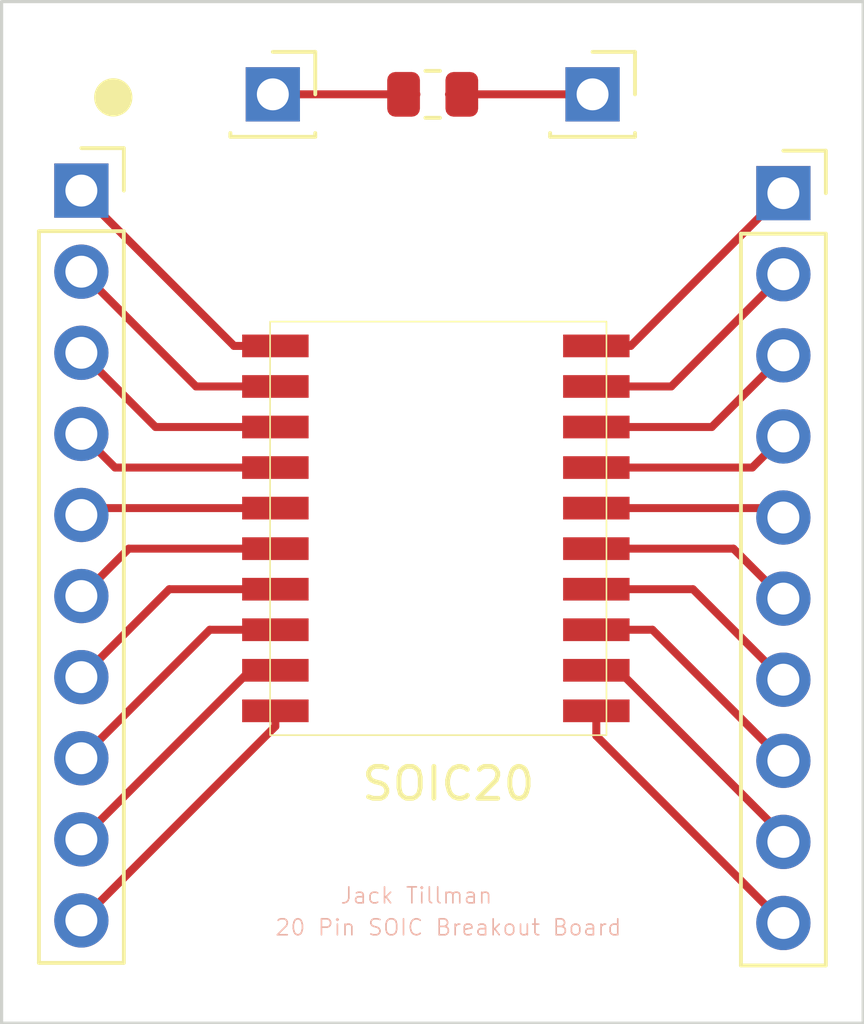
<source format=kicad_pcb>
(kicad_pcb (version 20211014) (generator pcbnew)
  (layers (0 "F.Cu" signal) (31 "B.Cu" signal) (34 "B.Paste" user) (35 "F.Paste" user) (36 "B.SilkS" user "B.Silkscreen") (37 "F.SilkS" user "F.Silkscreen") (38 "B.Mask" user) (39 "F.Mask" user) (44 "Edge.Cuts" user))
  (net 0 "")
  (net 1 "Net-(J1-Pad1)")
  (net 2 "Net-(J1-Pad2)")
  (net 3 "Net-(J1-Pad3)")
  (net 4 "Net-(J1-Pad4)")
  (net 5 "Net-(J1-Pad5)")
  (net 6 "Net-(J1-Pad6)")
  (net 7 "Net-(J1-Pad7)")
  (net 8 "Net-(J3-Pad1)")
  (net 9 "Net-(J4-Pad1)")
  (net 10 "Net-(J1-Pad8)")
  (net 11 "Net-(J1-Pad9)")
  (net 12 "Net-(J1-Pad10)")
  (net 13 "Net-(J2-Pad1)")
  (net 14 "Net-(J2-Pad2)")
  (net 15 "Net-(J2-Pad3)")
  (net 16 "Net-(J2-Pad4)")
  (net 17 "Net-(J2-Pad5)")
  (net 18 "Net-(J2-Pad6)")
  (net 19 "Net-(J2-Pad7)")
  (net 20 "Net-(J2-Pad8)")
  (net 21 "Net-(J2-Pad9)")
  (net 22 "Net-(J2-Pad10)")
  (footprint "Connector_PinSocket_2.54mm:PinSocket_1x10_P2.54mm_Vertical" (layer "F.Cu") (at 166.5 94.5)
    (fp_text reference "J2" hide)
    (fp_text value "Conn_01x10" hide)
    (fp_line (start -1.33 24.19) (end 1.33 24.19) (layer "F.SilkS") (width 0.12))
    (fp_line (start 0 -1.33) (end 1.33 -1.33) (layer "F.SilkS") (width 0.12))
    (fp_line (start -1.33 1.27) (end 1.33 1.27) (layer "F.SilkS") (width 0.12))
    (fp_line (start -1.33 1.27) (end -1.33 24.19) (layer "F.SilkS") (width 0.12))
    (fp_line (start 1.33 -1.33) (end 1.33 0) (layer "F.SilkS") (width 0.12))
    (fp_line (start 1.33 1.27) (end 1.33 24.19) (layer "F.SilkS") (width 0.12))
    (pad "1" thru_hole rect (at 0 0) (size 1.7 1.7) (drill 1) (layers *.Cu *.Mask) (net 13 "Net-(J2-Pad1)"))
    (pad "2" thru_hole oval (at 0 2.54) (size 1.7 1.7) (drill 1) (layers *.Cu *.Mask) (net 14 "Net-(J2-Pad2)"))
    (pad "3" thru_hole oval (at 0 5.08) (size 1.7 1.7) (drill 1) (layers *.Cu *.Mask) (net 15 "Net-(J2-Pad3)"))
    (pad "4" thru_hole oval (at 0 7.62) (size 1.7 1.7) (drill 1) (layers *.Cu *.Mask) (net 16 "Net-(J2-Pad4)"))
    (pad "5" thru_hole oval (at 0 10.16) (size 1.7 1.7) (drill 1) (layers *.Cu *.Mask) (net 17 "Net-(J2-Pad5)"))
    (pad "6" thru_hole oval (at 0 12.7) (size 1.7 1.7) (drill 1) (layers *.Cu *.Mask) (net 18 "Net-(J2-Pad6)"))
    (pad "7" thru_hole oval (at 0 15.24) (size 1.7 1.7) (drill 1) (layers *.Cu *.Mask) (net 19 "Net-(J2-Pad7)"))
    (pad "8" thru_hole oval (at 0 17.78) (size 1.7 1.7) (drill 1) (layers *.Cu *.Mask) (net 20 "Net-(J2-Pad8)"))
    (pad "9" thru_hole oval (at 0 20.32) (size 1.7 1.7) (drill 1) (layers *.Cu *.Mask) (net 21 "Net-(J2-Pad9)"))
    (pad "10" thru_hole oval (at 0 22.86) (size 1.7 1.7) (drill 1) (layers *.Cu *.Mask) (net 22 "Net-(J2-Pad10)"))
  )
  (footprint "SOIC_Footprints:20_Pin_SOIC_Board" (layer "F.Cu") (at 156.32 105)
    (fp_text reference "SOIC20" (at -0.32 8 unlocked) (layer "F.SilkS"))
    (fp_text value "20_Pin_SOIC_Board" hide)
    (fp_rect (start -5.9055 -6.477) (end 4.6355 6.477) (layer "F.SilkS") (width 0.05) (fill none))
    (pad "1" smd rect (at -5.7404 -5.715) (size 2.0828 0.7112) (layers "F.Cu" "F.Paste" "F.Mask") (net 1 "Net-(J1-Pad1)"))
    (pad "2" smd rect (at -5.7404 -4.445) (size 2.0828 0.7112) (layers "F.Cu" "F.Paste" "F.Mask") (net 2 "Net-(J1-Pad2)"))
    (pad "3" smd rect (at -5.7404 -3.175) (size 2.0828 0.7112) (layers "F.Cu" "F.Paste" "F.Mask") (net 3 "Net-(J1-Pad3)"))
    (pad "4" smd rect (at -5.7404 -1.905) (size 2.0828 0.7112) (layers "F.Cu" "F.Paste" "F.Mask") (net 4 "Net-(J1-Pad4)"))
    (pad "5" smd rect (at -5.7404 -0.635) (size 2.0828 0.7112) (layers "F.Cu" "F.Paste" "F.Mask") (net 5 "Net-(J1-Pad5)"))
    (pad "6" smd rect (at -5.7404 0.635) (size 2.0828 0.7112) (layers "F.Cu" "F.Paste" "F.Mask") (net 6 "Net-(J1-Pad6)"))
    (pad "7" smd rect (at -5.7404 1.905) (size 2.0828 0.7112) (layers "F.Cu" "F.Paste" "F.Mask") (net 7 "Net-(J1-Pad7)"))
    (pad "8" smd rect (at -5.7404 3.175) (size 2.0828 0.7112) (layers "F.Cu" "F.Paste" "F.Mask") (net 10 "Net-(J1-Pad8)"))
    (pad "9" smd rect (at -5.7404 4.445) (size 2.0828 0.7112) (layers "F.Cu" "F.Paste" "F.Mask") (net 11 "Net-(J1-Pad9)"))
    (pad "10" smd rect (at -5.7404 5.715) (size 2.0828 0.7112) (layers "F.Cu" "F.Paste" "F.Mask") (net 12 "Net-(J1-Pad10)"))
    (pad "11" smd rect (at 4.318 5.715) (size 2.0828 0.7112) (layers "F.Cu" "F.Paste" "F.Mask") (net 22 "Net-(J2-Pad10)"))
    (pad "12" smd rect (at 4.318 4.445) (size 2.0828 0.7112) (layers "F.Cu" "F.Paste" "F.Mask") (net 21 "Net-(J2-Pad9)"))
    (pad "13" smd rect (at 4.318 3.175) (size 2.0828 0.7112) (layers "F.Cu" "F.Paste" "F.Mask") (net 20 "Net-(J2-Pad8)"))
    (pad "14" smd rect (at 4.318 1.905) (size 2.0828 0.7112) (layers "F.Cu" "F.Paste" "F.Mask") (net 19 "Net-(J2-Pad7)"))
    (pad "15" smd rect (at 4.318 0.635) (size 2.0828 0.7112) (layers "F.Cu" "F.Paste" "F.Mask") (net 18 "Net-(J2-Pad6)"))
    (pad "16" smd rect (at 4.318 -0.635) (size 2.0828 0.7112) (layers "F.Cu" "F.Paste" "F.Mask") (net 17 "Net-(J2-Pad5)"))
    (pad "17" smd rect (at 4.318 -1.905) (size 2.0828 0.7112) (layers "F.Cu" "F.Paste" "F.Mask") (net 16 "Net-(J2-Pad4)"))
    (pad "18" smd rect (at 4.318 -3.175) (size 2.0828 0.7112) (layers "F.Cu" "F.Paste" "F.Mask") (net 15 "Net-(J2-Pad3)"))
    (pad "19" smd rect (at 4.318 -4.445) (size 2.0828 0.7112) (layers "F.Cu" "F.Paste" "F.Mask") (net 14 "Net-(J2-Pad2)"))
    (pad "20" smd rect (at 4.318 -5.715) (size 2.0828 0.7112) (layers "F.Cu" "F.Paste" "F.Mask") (net 13 "Net-(J2-Pad1)"))
  )
  (footprint "Connector_PinSocket_2.54mm:PinSocket_1x01_P2.54mm_Vertical" (layer "F.Cu") (at 160.52 91.405)
    (fp_text reference "J3" hide)
    (fp_text value "Conn_01x01" hide)
    (fp_line (start 0 -1.33) (end 1.33 -1.33) (layer "F.SilkS") (width 0.12))
    (fp_line (start -1.33 1.33) (end 1.33 1.33) (layer "F.SilkS") (width 0.12))
    (fp_line (start 1.33 -1.33) (end 1.33 0) (layer "F.SilkS") (width 0.12))
    (fp_line (start 1.33 1.21) (end 1.33 1.33) (layer "F.SilkS") (width 0.12))
    (fp_line (start -1.33 1.21) (end -1.33 1.33) (layer "F.SilkS") (width 0.12))
    (pad "1" thru_hole rect (at 0 0) (size 1.7 1.7) (drill 1) (layers *.Cu *.Mask) (net 8 "Net-(J3-Pad1)"))
  )
  (footprint "Connector_PinSocket_2.54mm:PinSocket_1x10_P2.54mm_Vertical" (layer "F.Cu") (at 144.5 94.42)
    (fp_text reference "J1" hide)
    (fp_text value "Conn_01x10" hide)
    (fp_line (start 1.33 -1.33) (end 1.33 0) (layer "F.SilkS") (width 0.12))
    (fp_line (start -1.33 24.19) (end 1.33 24.19) (layer "F.SilkS") (width 0.12))
    (fp_line (start 0 -1.33) (end 1.33 -1.33) (layer "F.SilkS") (width 0.12))
    (fp_line (start -1.33 1.27) (end 1.33 1.27) (layer "F.SilkS") (width 0.12))
    (fp_line (start 1.33 1.27) (end 1.33 24.19) (layer "F.SilkS") (width 0.12))
    (fp_line (start -1.33 1.27) (end -1.33 24.19) (layer "F.SilkS") (width 0.12))
    (pad "1" thru_hole rect (at 0 0) (size 1.7 1.7) (drill 1) (layers *.Cu *.Mask) (net 1 "Net-(J1-Pad1)"))
    (pad "2" thru_hole oval (at 0 2.54) (size 1.7 1.7) (drill 1) (layers *.Cu *.Mask) (net 2 "Net-(J1-Pad2)"))
    (pad "3" thru_hole oval (at 0 5.08) (size 1.7 1.7) (drill 1) (layers *.Cu *.Mask) (net 3 "Net-(J1-Pad3)"))
    (pad "4" thru_hole oval (at 0 7.62) (size 1.7 1.7) (drill 1) (layers *.Cu *.Mask) (net 4 "Net-(J1-Pad4)"))
    (pad "5" thru_hole oval (at 0 10.16) (size 1.7 1.7) (drill 1) (layers *.Cu *.Mask) (net 5 "Net-(J1-Pad5)"))
    (pad "6" thru_hole oval (at 0 12.7) (size 1.7 1.7) (drill 1) (layers *.Cu *.Mask) (net 6 "Net-(J1-Pad6)"))
    (pad "7" thru_hole oval (at 0 15.24) (size 1.7 1.7) (drill 1) (layers *.Cu *.Mask) (net 7 "Net-(J1-Pad7)"))
    (pad "8" thru_hole oval (at 0 17.78) (size 1.7 1.7) (drill 1) (layers *.Cu *.Mask) (net 10 "Net-(J1-Pad8)"))
    (pad "9" thru_hole oval (at 0 20.32) (size 1.7 1.7) (drill 1) (layers *.Cu *.Mask) (net 11 "Net-(J1-Pad9)"))
    (pad "10" thru_hole oval (at 0 22.86) (size 1.7 1.7) (drill 1) (layers *.Cu *.Mask) (net 12 "Net-(J1-Pad10)"))
  )
  (footprint "Resistor_SMD:R_0805_2012Metric" (layer "F.Cu") (at 155.51 91.405)
    (fp_text reference "R1" hide)
    (fp_text value "R_US" hide)
    (fp_line (start -0.227064 0.735) (end 0.227064 0.735) (layer "F.SilkS") (width 0.12))
    (fp_line (start -0.227064 -0.735) (end 0.227064 -0.735) (layer "F.SilkS") (width 0.12))
    (pad "1" smd roundrect (at -0.9125 0) (size 1.025 1.4) (layers "F.Cu" "F.Paste" "F.Mask") (roundrect_rratio 0.243902) (net 9 "Net-(J4-Pad1)"))
    (pad "2" smd roundrect (at 0.9125 0) (size 1.025 1.4) (layers "F.Cu" "F.Paste" "F.Mask") (roundrect_rratio 0.243902) (net 8 "Net-(J3-Pad1)"))
  )
  (footprint "Connector_PinSocket_2.54mm:PinSocket_1x01_P2.54mm_Vertical" (layer "F.Cu") (at 150.5 91.405)
    (fp_text reference "J4" hide)
    (fp_text value "Conn_01x01" hide)
    (fp_line (start -1.33 1.33) (end 1.33 1.33) (layer "F.SilkS") (width 0.12))
    (fp_line (start 1.33 1.21) (end 1.33 1.33) (layer "F.SilkS") (width 0.12))
    (fp_line (start 1.33 -1.33) (end 1.33 0) (layer "F.SilkS") (width 0.12))
    (fp_line (start 0 -1.33) (end 1.33 -1.33) (layer "F.SilkS") (width 0.12))
    (fp_line (start -1.33 1.21) (end -1.33 1.33) (layer "F.SilkS") (width 0.12))
    (pad "1" thru_hole rect (at 0 0) (size 1.7 1.7) (drill 1) (layers *.Cu *.Mask) (net 9 "Net-(J4-Pad1)"))
  )
  (gr_circle (center 145.5 91.5) (end 146 91.5) (layer "F.SilkS") (width 0.2) (fill solid))
  (gr_rect (start 142 88.5) (end 169 120.5) (layer "Edge.Cuts") (width 0.1) (fill none))
  (gr_text "20 Pin SOIC Breakout Board" (at 156 117.5) (layer "B.SilkS") (effects (font (size 0.5 0.5) (thickness 0.05))))
  (gr_text "Jack Tillman" (at 155 116.5) (layer "B.SilkS") (effects (font (size 0.5 0.5) (thickness 0.05))))
  (segment (start 144.5 94.5) (end 144.5 94.42) (width 0.25) (layer "F.Cu") (net 1))
  (segment (start 149.285 99.285) (end 144.5 94.5) (width 0.25) (layer "F.Cu") (net 1))
  (segment (start 150.5796 99.285) (end 149.285 99.285) (width 0.25) (layer "F.Cu") (net 1))
  (segment (start 148.095 100.555) (end 144.5 96.96) (width 0.25) (layer "F.Cu") (net 2))
  (segment (start 150.5796 100.555) (end 148.095 100.555) (width 0.25) (layer "F.Cu") (net 2))
  (segment (start 146.825 101.825) (end 144.5 99.5) (width 0.25) (layer "F.Cu") (net 3))
  (segment (start 150.5796 101.825) (end 146.825 101.825) (width 0.25) (layer "F.Cu") (net 3))
  (segment (start 150.5796 103.095) (end 145.555 103.095) (width 0.25) (layer "F.Cu") (net 4))
  (segment (start 145.555 103.095) (end 144.5 102.04) (width 0.25) (layer "F.Cu") (net 4))
  (segment (start 150.5796 104.365) (end 144.715 104.365) (width 0.25) (layer "F.Cu") (net 5))
  (segment (start 144.715 104.365) (end 144.5 104.58) (width 0.25) (layer "F.Cu") (net 5))
  (segment (start 150.5796 105.635) (end 145.985 105.635) (width 0.25) (layer "F.Cu") (net 6))
  (segment (start 145.985 105.635) (end 144.5 107.12) (width 0.25) (layer "F.Cu") (net 6))
  (segment (start 147.255 106.905) (end 144.5 109.66) (width 0.25) (layer "F.Cu") (net 7))
  (segment (start 150.5796 106.905) (end 147.255 106.905) (width 0.25) (layer "F.Cu") (net 7))
  (segment (start 160 91.405) (end 156.02 91.405) (width 0.25) (layer "F.Cu") (net 8))
  (segment (start 155 91.405) (end 150.5 91.405) (width 0.25) (layer "F.Cu") (net 9))
  (segment (start 148.525 108.175) (end 144.5 112.2) (width 0.25) (layer "F.Cu") (net 10))
  (segment (start 150.5796 108.175) (end 148.525 108.175) (width 0.25) (layer "F.Cu") (net 10))
  (segment (start 150.5796 109.445) (end 149.795 109.445) (width 0.25) (layer "F.Cu") (net 11))
  (segment (start 149.795 109.445) (end 144.5 114.74) (width 0.25) (layer "F.Cu") (net 11))
  (segment (start 150.5796 111.2004) (end 144.5 117.28) (width 0.25) (layer "F.Cu") (net 12))
  (segment (start 150.5796 110.715) (end 150.5796 111.2004) (width 0.25) (layer "F.Cu") (net 12))
  (segment (start 160.638 99.285) (end 161.715 99.285) (width 0.25) (layer "F.Cu") (net 13))
  (segment (start 161.715 99.285) (end 166.5 94.5) (width 0.25) (layer "F.Cu") (net 13))
  (segment (start 160.638 100.555) (end 162.985 100.555) (width 0.25) (layer "F.Cu") (net 14))
  (segment (start 162.985 100.555) (end 166.5 97.04) (width 0.25) (layer "F.Cu") (net 14))
  (segment (start 160.638 101.825) (end 164.255 101.825) (width 0.25) (layer "F.Cu") (net 15))
  (segment (start 164.255 101.825) (end 166.5 99.58) (width 0.25) (layer "F.Cu") (net 15))
  (segment (start 165.525 103.095) (end 166.5 102.12) (width 0.25) (layer "F.Cu") (net 16))
  (segment (start 160.638 103.095) (end 165.525 103.095) (width 0.25) (layer "F.Cu") (net 16))
  (segment (start 160.638 104.365) (end 166.205 104.365) (width 0.25) (layer "F.Cu") (net 17))
  (segment (start 166.205 104.365) (end 166.5 104.66) (width 0.25) (layer "F.Cu") (net 17))
  (segment (start 164.935 105.635) (end 166.5 107.2) (width 0.25) (layer "F.Cu") (net 18))
  (segment (start 160.638 105.635) (end 164.935 105.635) (width 0.25) (layer "F.Cu") (net 18))
  (segment (start 163.665 106.905) (end 166.5 109.74) (width 0.25) (layer "F.Cu") (net 19))
  (segment (start 160.638 106.905) (end 163.665 106.905) (width 0.25) (layer "F.Cu") (net 19))
  (segment (start 160.638 108.175) (end 162.395 108.175) (width 0.25) (layer "F.Cu") (net 20))
  (segment (start 162.395 108.175) (end 166.5 112.28) (width 0.25) (layer "F.Cu") (net 20))
  (segment (start 160.638 109.445) (end 161.445 109.445) (width 0.25) (layer "F.Cu") (net 21))
  (segment (start 161.3238 109.445) (end 166.5 114.6212) (width 0.25) (layer "F.Cu") (net 21))
  (segment (start 166.5 114.6212) (end 166.5 114.82) (width 0.25) (layer "F.Cu") (net 21))
  (segment (start 160.638 109.445) (end 161.3238 109.445) (width 0.25) (layer "F.Cu") (net 21))
  (segment (start 160.638 110.715) (end 160.638 111.498) (width 0.25) (layer "F.Cu") (net 22))
  (segment (start 160.638 111.498) (end 166.5 117.36) (width 0.25) (layer "F.Cu") (net 22))
)
</source>
